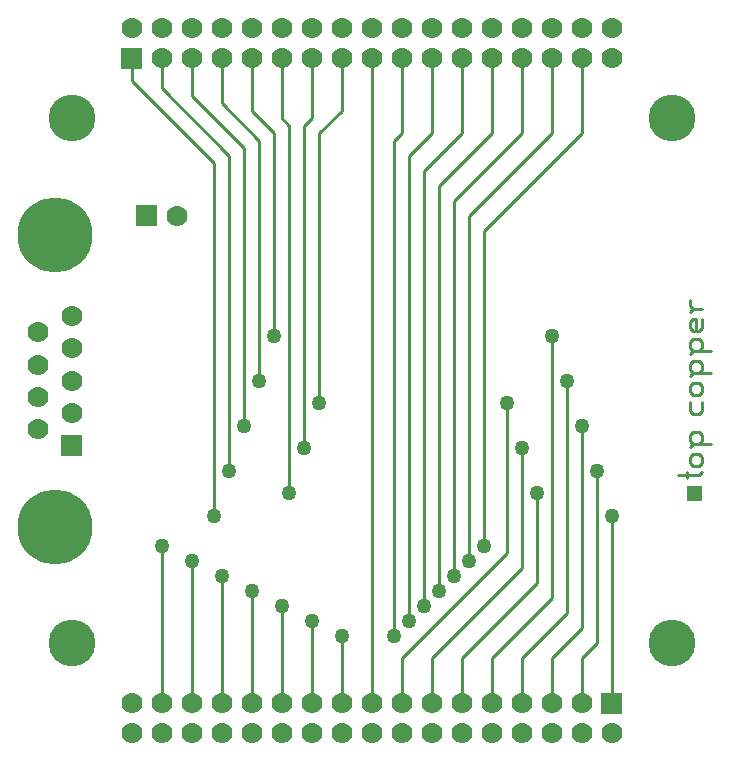
<source format=gbr>
G04 start of page 2 for group 0 idx 0 *
G04 Title: (unknown), top *
G04 Creator: pcb 20140316 *
G04 CreationDate: Fri 02 Jun 2017 06:05:26 PM GMT UTC *
G04 For: thomasc *
G04 Format: Gerber/RS-274X *
G04 PCB-Dimensions (mil): 2500.00 2750.00 *
G04 PCB-Coordinate-Origin: lower left *
%MOIN*%
%FSLAX25Y25*%
%LNTOP*%
%ADD21C,0.1250*%
%ADD20C,0.0450*%
%ADD19C,0.0420*%
%ADD18C,0.0280*%
%ADD17C,0.1520*%
%ADD16C,0.0500*%
%ADD15C,0.1560*%
%ADD14C,0.2500*%
%ADD13C,0.0700*%
%ADD12C,0.0100*%
%ADD11C,0.0001*%
G54D11*G36*
X230000Y102500D02*X235000D01*
Y97500D01*
X230000D01*
Y102500D01*
G37*
G54D12*X185000Y30000D02*Y45000D01*
X195000Y55000D02*X185000Y45000D01*
X190000Y60000D02*X175000Y45000D01*
Y30000D02*Y45000D01*
X165000Y30000D02*Y45000D01*
X185000Y65000D02*X165000Y45000D01*
X180000Y70000D02*X155000Y45000D01*
X175000Y75000D02*X145000Y45000D01*
X170000Y80000D02*X135000Y45000D01*
Y30000D02*Y45000D01*
X145000Y30000D02*Y45000D01*
X155000Y30000D02*Y45000D01*
X205000Y30000D02*Y92500D01*
X195000Y30000D02*Y45000D01*
X200000Y50000D01*
Y107500D01*
X195000Y122500D02*Y55000D01*
X190000Y137500D02*Y60000D01*
X185000Y152500D02*Y65000D01*
X180000Y100000D02*Y70000D01*
X175000Y115000D02*Y75000D01*
X170000Y130000D02*Y80000D01*
X162500Y82500D02*Y187500D01*
X157500Y77500D02*Y192500D01*
X152500Y72500D02*Y197500D01*
X147500Y67500D02*Y202500D01*
X142500Y62500D02*Y207500D01*
X137500Y57500D02*Y212500D01*
X145000Y220000D01*
X132500Y217500D02*X135000Y220000D01*
X132500Y52500D02*Y217500D01*
X125000Y245000D02*Y30000D01*
X162500Y187500D02*X195000Y220000D01*
X157500Y192500D02*X185000Y220000D01*
X152500Y197500D02*X175000Y220000D01*
X147500Y202500D02*X165000Y220000D01*
X142500Y207500D02*X155000Y220000D01*
X195000D02*Y245000D01*
X185000Y220000D02*Y245000D01*
X175000Y220000D02*Y245000D01*
X165000Y220000D02*Y245000D01*
X155000Y220000D02*Y245000D01*
X145000Y220000D02*Y245000D01*
X135000Y220000D02*Y245000D01*
X45000D02*Y237500D01*
X55000Y245000D02*Y235000D01*
X65000Y245000D02*Y232500D01*
X45000Y237500D02*X72500Y210000D01*
X55000Y235000D02*X77500Y212500D01*
X65000Y232500D02*X82500Y215000D01*
X75000Y230000D02*X87500Y217500D01*
X85000Y227500D02*X92500Y220000D01*
X95000Y225000D02*X97500Y222500D01*
X75000Y245000D02*Y230000D01*
X85000Y245000D02*Y227500D01*
X95000Y245000D02*Y225000D01*
X105000Y245000D02*Y225000D01*
X115000Y245000D02*Y227500D01*
X105000Y225000D02*X102500Y222500D01*
X115000Y227500D02*X107500Y220000D01*
X72500Y210000D02*Y92500D01*
X77500Y212500D02*Y107500D01*
X82500Y215000D02*Y122500D01*
X87500Y217500D02*Y137500D01*
X92500Y220000D02*Y152500D01*
X97500Y222500D02*Y100000D01*
X102500Y222500D02*Y115000D01*
X107500Y220000D02*Y130000D01*
X55000Y30000D02*Y82500D01*
X65000Y77500D02*Y30000D01*
X75000D02*Y72500D01*
X85000Y67500D02*Y30000D01*
X95000D02*Y62500D01*
X105000Y57500D02*Y30000D01*
X115000Y52500D02*Y30000D01*
X227000Y106000D02*X234000D01*
X235000Y107000D01*
X230000D02*Y105000D01*
X232000Y109000D02*X234000D01*
X232000D02*X231000Y110000D01*
Y112000D02*Y110000D01*
Y112000D02*X232000Y113000D01*
X234000D01*
X235000Y112000D02*X234000Y113000D01*
X235000Y112000D02*Y110000D01*
X234000Y109000D02*X235000Y110000D01*
X232000Y116400D02*X238000D01*
X231000Y115400D02*X232000Y116400D01*
X231000Y117400D01*
Y119400D02*Y117400D01*
Y119400D02*X232000Y120400D01*
X234000D01*
X235000Y119400D02*X234000Y120400D01*
X235000Y119400D02*Y117400D01*
X234000Y116400D02*X235000Y117400D01*
X231000Y130400D02*Y127400D01*
X232000Y126400D02*X231000Y127400D01*
X232000Y126400D02*X234000D01*
X235000Y127400D01*
Y130400D02*Y127400D01*
X232000Y132800D02*X234000D01*
X232000D02*X231000Y133800D01*
Y135800D02*Y133800D01*
Y135800D02*X232000Y136800D01*
X234000D01*
X235000Y135800D02*X234000Y136800D01*
X235000Y135800D02*Y133800D01*
X234000Y132800D02*X235000Y133800D01*
X232000Y140200D02*X238000D01*
X231000Y139200D02*X232000Y140200D01*
X231000Y141200D01*
Y143200D02*Y141200D01*
Y143200D02*X232000Y144200D01*
X234000D01*
X235000Y143200D02*X234000Y144200D01*
X235000Y143200D02*Y141200D01*
X234000Y140200D02*X235000Y141200D01*
X232000Y147600D02*X238000D01*
X231000Y146600D02*X232000Y147600D01*
X231000Y148600D01*
Y150600D02*Y148600D01*
Y150600D02*X232000Y151600D01*
X234000D01*
X235000Y150600D02*X234000Y151600D01*
X235000Y150600D02*Y148600D01*
X234000Y147600D02*X235000Y148600D01*
Y158000D02*Y155000D01*
X234000Y154000D02*X235000Y155000D01*
X232000Y154000D02*X234000D01*
X232000D02*X231000Y155000D01*
Y157000D02*Y155000D01*
Y157000D02*X232000Y158000D01*
X233000D02*Y154000D01*
X232000Y158000D02*X233000D01*
X232000Y161400D02*X235000D01*
X232000D02*X231000Y162400D01*
Y164400D02*Y162400D01*
Y160400D02*X232000Y161400D01*
G54D13*X95000Y255000D03*
X105000D03*
X115000D03*
X95000Y245000D03*
X105000D03*
X115000D03*
X125000D03*
X135000D03*
X145000D03*
X125000Y255000D03*
X135000D03*
X145000D03*
X155000D03*
Y245000D03*
X165000Y255000D03*
X175000D03*
X185000D03*
X195000D03*
X205000D03*
X165000Y245000D03*
X175000D03*
X185000D03*
X195000D03*
X205000D03*
X65000Y255000D03*
Y245000D03*
X75000Y255000D03*
Y245000D03*
X45000Y255000D03*
G54D11*G36*
X41500Y248500D02*Y241500D01*
X48500D01*
Y248500D01*
X41500D01*
G37*
G54D13*X55000Y255000D03*
Y245000D03*
X85000Y255000D03*
Y245000D03*
G54D11*G36*
X46500Y196000D02*Y189000D01*
X53500D01*
Y196000D01*
X46500D01*
G37*
G54D13*X60000Y192500D03*
X205000Y20000D03*
G54D11*G36*
X201500Y33500D02*Y26500D01*
X208500D01*
Y33500D01*
X201500D01*
G37*
G54D13*X195000Y20000D03*
Y30000D03*
X185000Y20000D03*
Y30000D03*
X175000D03*
X165000D03*
X175000Y20000D03*
X165000D03*
X155000D03*
X145000D03*
X135000D03*
X125000D03*
X155000Y30000D03*
X145000D03*
X135000D03*
X125000D03*
X115000Y20000D03*
Y30000D03*
X105000D03*
X95000D03*
X105000Y20000D03*
X95000D03*
X85000D03*
X75000D03*
X65000D03*
X55000D03*
X85000Y30000D03*
X75000D03*
X65000D03*
X55000D03*
X45000Y20000D03*
Y30000D03*
G54D11*G36*
X21500Y119400D02*Y112400D01*
X28500D01*
Y119400D01*
X21500D01*
G37*
G54D13*X25000Y126700D03*
X13800Y121300D03*
Y132100D03*
X25000Y137500D03*
Y148300D03*
Y159100D03*
X13800Y142900D03*
Y153700D03*
G54D14*X19400Y186100D03*
Y88900D03*
G54D15*X25000Y225000D03*
Y50000D03*
G54D16*X92500Y152500D03*
X72500Y92500D03*
X77500Y107500D03*
X97500Y100000D03*
X82500Y122500D03*
X87500Y137500D03*
X102500Y115000D03*
X107500Y130000D03*
X55000Y82500D03*
X65000Y77500D03*
X75000Y72500D03*
X85000Y67500D03*
X95000Y62500D03*
X105000Y57500D03*
X115000Y52500D03*
G54D15*X225000Y225000D03*
Y50000D03*
G54D16*X205000Y92500D03*
X200000Y107500D03*
X195000Y122500D03*
X190000Y137500D03*
X185000Y152500D03*
X180000Y100000D03*
X175000Y115000D03*
X170000Y130000D03*
X162500Y82500D03*
X157500Y77500D03*
X152500Y72500D03*
X147500Y67500D03*
X142500Y62500D03*
X137500Y57500D03*
X132500Y52500D03*
G54D17*G54D18*G54D17*G54D18*G54D19*G54D20*G54D21*M02*

</source>
